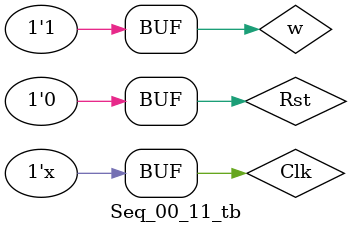
<source format=v>
`timescale 1ns/1ns

module Seq_00_11(z, w, Clk, Rst);
	
	output z;
	input w, Clk, Rst;
	reg [2:0]Next_State, State;
	parameter A = 3'b000, B = 3'b001, C = 3'b010, D = 3'b011, E = 3'b100;
 
always@(w, State)

	case(State)
	A: Next_State = w ? B : C;
	B: Next_State = w ? D : C;
	C: Next_State = w ? B : E;
	D: Next_State = w ? D : C;
	E: Next_State = w ? B : E;
	default: Next_State = A;
	endcase


always@(posedge Clk)
	if(Rst) 
		State <= A;
	else 
		State <= Next_State;	

assign z = ((State == D) || (State == E));	

endmodule


module Seq_00_11_tb();

	wire z;
	reg w, Clk, Rst;


Seq_00_11 uut(z, w, Clk, Rst);

initial begin
	Rst = 1'b0;
	Clk = 1'b0;
	Rst = #10 1'b1;
	Rst = #20 1'b0;
end

always #5 Clk = ~Clk;

initial begin	
	w = #30 1'b0;
	w = #40 1'b1;
	w = #50 1'b0;
	w = #60 1'b0;
	w = #70 1'b0;
	w = #80 1'b1;
	w = #90 1'b1;
	w = #100 1'b1;

end

endmodule

</source>
